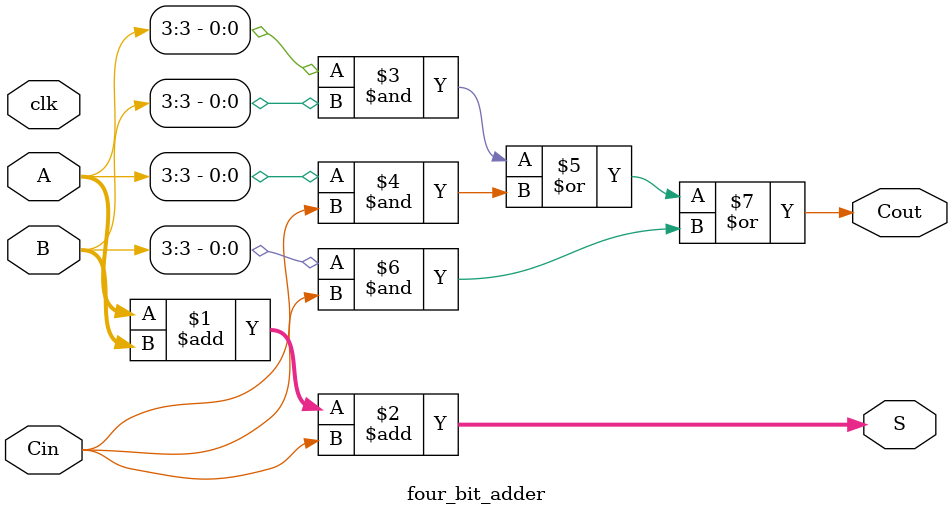
<source format=v>
module four_bit_adder (
  input [3:0] A,
  input [3:0] B,
  input Cin,
  input clk,
  output [3:0] S,
  output Cout
);

  assign S = A + B + Cin;
  assign Cout = (A[3] & B[3]) | (A[3] & Cin) | (B[3] & Cin);

endmodule
</source>
